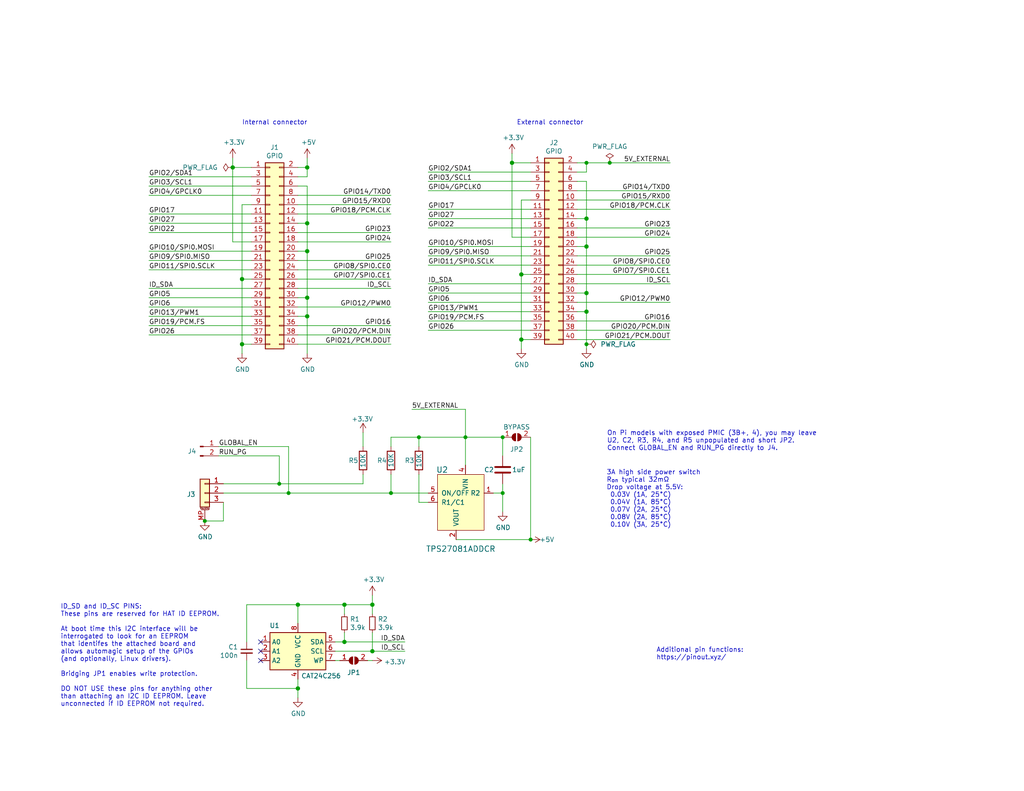
<source format=kicad_sch>
(kicad_sch (version 20230121) (generator eeschema)
  (paper "USLetter")
  (title_block (date "2024-01-21"))
  (lib_symbols
    (symbol "00_eurocard:TPS27081ADDCR" (pin_names (offset 1.016))
      (property "Reference" "U" (at -2.54 6.35 0))
      (property "Value" "TPS27081ADDCR" (at 5.08 -12.7 0))
      (symbol "TPS27081ADDCR_0_1"
        (rectangle (start -5.08 5.08) (end 7.62 -10.16) (fill (type background)))
      )
      (symbol "TPS27081ADDCR_1_1"
        (pin passive line (at 10.16 0 180) (length 2.54) (name "R2") (number "1"))
        (pin power_out line (at 0 -12.7 90) (length 2.54) (name "VOUT") (number "2"))
        (pin passive line (at 0 -12.7 90) (length 2.54) hide (name "VOUT") (number "3"))
        (pin power_in line (at 2.54 7.62 270) (length 2.54) (name "VIN") (number "4"))
        (pin input line (at -7.62 0 0) (length 2.54) (name "ON/OFF") (number "5"))
        (pin input line (at -7.62 -2.54 0) (length 2.54) (name "R1/C1") (number "6"))
      )
    )
    (symbol "Connector:Conn_01x02_Pin" (pin_names (offset 1.016) hide)
      (property "Reference" "J" (at 0 2.54 0))
      (property "Value" "Conn_01x02_Pin" (at 0 -5.08 0))
      (symbol "Conn_01x02_Pin_1_1"
        (polyline (pts (xy 1.27 -2.54) (xy 0.8636 -2.54)) (stroke (width 0.1524)))
        (polyline (pts (xy 1.27 0) (xy 0.8636 0)) (stroke (width 0.1524)))
        (rectangle (start 0.8636 -2.413) (end 0 -2.667) (stroke (width 0.1524)) (fill (type outline)))
        (rectangle (start 0.8636 0.127) (end 0 -0.127) (stroke (width 0.1524)) (fill (type outline)))
        (pin passive line (at 5.08 0 180) (length 3.81) (name "Pin_1") (number "1"))
        (pin passive line (at 5.08 -2.54 180) (length 3.81) (name "Pin_2") (number "2"))
      )
    )
    (symbol "Connector_Generic:Conn_02x20_Odd_Even" (pin_names (offset 1.016) hide)
      (property "Reference" "J" (at 1.27 25.4 0))
      (property "Value" "Conn_02x20_Odd_Even" (at 1.27 -27.94 0))
      (symbol "Conn_02x20_Odd_Even_1_1"
        (rectangle (start -1.27 -25.273) (end 0 -25.527) (stroke (width 0.1524)))
        (rectangle (start -1.27 -22.733) (end 0 -22.987) (stroke (width 0.1524)))
        (rectangle (start -1.27 -20.193) (end 0 -20.447) (stroke (width 0.1524)))
        (rectangle (start -1.27 -17.653) (end 0 -17.907) (stroke (width 0.1524)))
        (rectangle (start -1.27 -15.113) (end 0 -15.367) (stroke (width 0.1524)))
        (rectangle (start -1.27 -12.573) (end 0 -12.827) (stroke (width 0.1524)))
        (rectangle (start -1.27 -10.033) (end 0 -10.287) (stroke (width 0.1524)))
        (rectangle (start -1.27 -7.493) (end 0 -7.747) (stroke (width 0.1524)))
        (rectangle (start -1.27 -4.953) (end 0 -5.207) (stroke (width 0.1524)))
        (rectangle (start -1.27 -2.413) (end 0 -2.667) (stroke (width 0.1524)))
        (rectangle (start -1.27 0.127) (end 0 -0.127) (stroke (width 0.1524)))
        (rectangle (start -1.27 2.667) (end 0 2.413) (stroke (width 0.1524)))
        (rectangle (start -1.27 5.207) (end 0 4.953) (stroke (width 0.1524)))
        (rectangle (start -1.27 7.747) (end 0 7.493) (stroke (width 0.1524)))
        (rectangle (start -1.27 10.287) (end 0 10.033) (stroke (width 0.1524)))
        (rectangle (start -1.27 12.827) (end 0 12.573) (stroke (width 0.1524)))
        (rectangle (start -1.27 15.367) (end 0 15.113) (stroke (width 0.1524)))
        (rectangle (start -1.27 17.907) (end 0 17.653) (stroke (width 0.1524)))
        (rectangle (start -1.27 20.447) (end 0 20.193) (stroke (width 0.1524)))
        (rectangle (start -1.27 22.987) (end 0 22.733) (stroke (width 0.1524)))
        (rectangle (start -1.27 24.13) (end 3.81 -26.67) (stroke (width 0.254)) (fill (type background)))
        (rectangle (start 3.81 -25.273) (end 2.54 -25.527) (stroke (width 0.1524)))
        (rectangle (start 3.81 -22.733) (end 2.54 -22.987) (stroke (width 0.1524)))
        (rectangle (start 3.81 -20.193) (end 2.54 -20.447) (stroke (width 0.1524)))
        (rectangle (start 3.81 -17.653) (end 2.54 -17.907) (stroke (width 0.1524)))
        (rectangle (start 3.81 -15.113) (end 2.54 -15.367) (stroke (width 0.1524)))
        (rectangle (start 3.81 -12.573) (end 2.54 -12.827) (stroke (width 0.1524)))
        (rectangle (start 3.81 -10.033) (end 2.54 -10.287) (stroke (width 0.1524)))
        (rectangle (start 3.81 -7.493) (end 2.54 -7.747) (stroke (width 0.1524)))
        (rectangle (start 3.81 -4.953) (end 2.54 -5.207) (stroke (width 0.1524)))
        (rectangle (start 3.81 -2.413) (end 2.54 -2.667) (stroke (width 0.1524)))
        (rectangle (start 3.81 0.127) (end 2.54 -0.127) (stroke (width 0.1524)))
        (rectangle (start 3.81 2.667) (end 2.54 2.413) (stroke (width 0.1524)))
        (rectangle (start 3.81 5.207) (end 2.54 4.953) (stroke (width 0.1524)))
        (rectangle (start 3.81 7.747) (end 2.54 7.493) (stroke (width 0.1524)))
        (rectangle (start 3.81 10.287) (end 2.54 10.033) (stroke (width 0.1524)))
        (rectangle (start 3.81 12.827) (end 2.54 12.573) (stroke (width 0.1524)))
        (rectangle (start 3.81 15.367) (end 2.54 15.113) (stroke (width 0.1524)))
        (rectangle (start 3.81 17.907) (end 2.54 17.653) (stroke (width 0.1524)))
        (rectangle (start 3.81 20.447) (end 2.54 20.193) (stroke (width 0.1524)))
        (rectangle (start 3.81 22.987) (end 2.54 22.733) (stroke (width 0.1524)))
        (pin passive line (at -5.08 22.86 0) (length 3.81) (name "Pin_1") (number "1"))
        (pin passive line (at 7.62 12.7 180) (length 3.81) (name "Pin_10") (number "10"))
        (pin passive line (at -5.08 10.16 0) (length 3.81) (name "Pin_11") (number "11"))
        (pin passive line (at 7.62 10.16 180) (length 3.81) (name "Pin_12") (number "12"))
        (pin passive line (at -5.08 7.62 0) (length 3.81) (name "Pin_13") (number "13"))
        (pin passive line (at 7.62 7.62 180) (length 3.81) (name "Pin_14") (number "14"))
        (pin passive line (at -5.08 5.08 0) (length 3.81) (name "Pin_15") (number "15"))
        (pin passive line (at 7.62 5.08 180) (length 3.81) (name "Pin_16") (number "16"))
        (pin passive line (at -5.08 2.54 0) (length 3.81) (name "Pin_17") (number "17"))
        (pin passive line (at 7.62 2.54 180) (length 3.81) (name "Pin_18") (number "18"))
        (pin passive line (at -5.08 0 0) (length 3.81) (name "Pin_19") (number "19"))
        (pin passive line (at 7.62 22.86 180) (length 3.81) (name "Pin_2") (number "2"))
        (pin passive line (at 7.62 0 180) (length 3.81) (name "Pin_20") (number "20"))
        (pin passive line (at -5.08 -2.54 0) (length 3.81) (name "Pin_21") (number "21"))
        (pin passive line (at 7.62 -2.54 180) (length 3.81) (name "Pin_22") (number "22"))
        (pin passive line (at -5.08 -5.08 0) (length 3.81) (name "Pin_23") (number "23"))
        (pin passive line (at 7.62 -5.08 180) (length 3.81) (name "Pin_24") (number "24"))
        (pin passive line (at -5.08 -7.62 0) (length 3.81) (name "Pin_25") (number "25"))
        (pin passive line (at 7.62 -7.62 180) (length 3.81) (name "Pin_26") (number "26"))
        (pin passive line (at -5.08 -10.16 0) (length 3.81) (name "Pin_27") (number "27"))
        (pin passive line (at 7.62 -10.16 180) (length 3.81) (name "Pin_28") (number "28"))
        (pin passive line (at -5.08 -12.7 0) (length 3.81) (name "Pin_29") (number "29"))
        (pin passive line (at -5.08 20.32 0) (length 3.81) (name "Pin_3") (number "3"))
        (pin passive line (at 7.62 -12.7 180) (length 3.81) (name "Pin_30") (number "30"))
        (pin passive line (at -5.08 -15.24 0) (length 3.81) (name "Pin_31") (number "31"))
        (pin passive line (at 7.62 -15.24 180) (length 3.81) (name "Pin_32") (number "32"))
        (pin passive line (at -5.08 -17.78 0) (length 3.81) (name "Pin_33") (number "33"))
        (pin passive line (at 7.62 -17.78 180) (length 3.81) (name "Pin_34") (number "34"))
        (pin passive line (at -5.08 -20.32 0) (length 3.81) (name "Pin_35") (number "35"))
        (pin passive line (at 7.62 -20.32 180) (length 3.81) (name "Pin_36") (number "36"))
        (pin passive line (at -5.08 -22.86 0) (length 3.81) (name "Pin_37") (number "37"))
        (pin passive line (at 7.62 -22.86 180) (length 3.81) (name "Pin_38") (number "38"))
        (pin passive line (at -5.08 -25.4 0) (length 3.81) (name "Pin_39") (number "39"))
        (pin passive line (at 7.62 20.32 180) (length 3.81) (name "Pin_4") (number "4"))
        (pin passive line (at 7.62 -25.4 180) (length 3.81) (name "Pin_40") (number "40"))
        (pin passive line (at -5.08 17.78 0) (length 3.81) (name "Pin_5") (number "5"))
        (pin passive line (at 7.62 17.78 180) (length 3.81) (name "Pin_6") (number "6"))
        (pin passive line (at -5.08 15.24 0) (length 3.81) (name "Pin_7") (number "7"))
        (pin passive line (at 7.62 15.24 180) (length 3.81) (name "Pin_8") (number "8"))
        (pin passive line (at -5.08 12.7 0) (length 3.81) (name "Pin_9") (number "9"))
      )
    )
    (symbol "Connector_Generic_MountingPin:Conn_01x03_MountingPin" (pin_names (offset 1.016) hide)
      (property "Reference" "J" (at 0 5.08 0))
      (property "Value" "Conn_01x03_MountingPin" (at 1.27 -5.08 0))
      (symbol "Conn_01x03_MountingPin_1_1"
        (rectangle (start -1.27 -2.413) (end 0 -2.667) (stroke (width 0.1524)))
        (rectangle (start -1.27 0.127) (end 0 -0.127) (stroke (width 0.1524)))
        (rectangle (start -1.27 2.667) (end 0 2.413) (stroke (width 0.1524)))
        (rectangle (start -1.27 3.81) (end 1.27 -3.81) (stroke (width 0.254)) (fill (type background)))
        (polyline (pts (xy -1.016 -4.572) (xy 1.016 -4.572)) (stroke (width 0.1524)))
        (text "Mounting" (at 0 -4.191 0) (effects (font (size 0.381 0.381))))
        (pin passive line (at -5.08 2.54 0) (length 3.81) (name "Pin_1") (number "1"))
        (pin passive line (at -5.08 0 0) (length 3.81) (name "Pin_2") (number "2"))
        (pin passive line (at -5.08 -2.54 0) (length 3.81) (name "Pin_3") (number "3"))
        (pin passive line (at 0 -7.62 90) (length 3.048) (name "MountPin") (number "MP"))
      )
    )
    (symbol "Device:C" (pin_numbers hide) (pin_names (offset 0.254))
      (property "Reference" "C" (at 0.635 2.54 0))
      (property "Value" "C" (at 0.635 -2.54 0))
      (symbol "C_0_1"
        (polyline (pts (xy -2.032 -0.762) (xy 2.032 -0.762)) (stroke (width 0.508)))
        (polyline (pts (xy -2.032 0.762) (xy 2.032 0.762)) (stroke (width 0.508)))
      )
      (symbol "C_1_1"
        (pin passive line (at 0 3.81 270) (length 2.794) (name "~") (number "1"))
        (pin passive line (at 0 -3.81 90) (length 2.794) (name "~") (number "2"))
      )
    )
    (symbol "Device:C_Small" (pin_numbers hide) (pin_names (offset 0.254) hide)
      (property "Reference" "C" (at 0.254 1.778 0))
      (property "Value" "C_Small" (at 0.254 -2.032 0))
      (symbol "C_Small_0_1"
        (polyline (pts (xy -1.524 -0.508) (xy 1.524 -0.508)) (stroke (width 0.3302)))
        (polyline (pts (xy -1.524 0.508) (xy 1.524 0.508)) (stroke (width 0.3048)))
      )
      (symbol "C_Small_1_1"
        (pin passive line (at 0 2.54 270) (length 2.032) (name "~") (number "1"))
        (pin passive line (at 0 -2.54 90) (length 2.032) (name "~") (number "2"))
      )
    )
    (symbol "Device:R" (pin_numbers hide) (pin_names (offset 0))
      (property "Reference" "R" (at 2.032 0 90))
      (property "Value" "R" (at 0 0 90))
      (symbol "R_0_1"
        (rectangle (start -1.016 -2.54) (end 1.016 2.54) (stroke (width 0.254)))
      )
      (symbol "R_1_1"
        (pin passive line (at 0 3.81 270) (length 1.27) (name "~") (number "1"))
        (pin passive line (at 0 -3.81 90) (length 1.27) (name "~") (number "2"))
      )
    )
    (symbol "Device:R_Small" (pin_numbers hide) (pin_names (offset 0.254) hide)
      (property "Reference" "R" (at 0.762 0.508 0))
      (property "Value" "R_Small" (at 0.762 -1.016 0))
      (symbol "R_Small_0_1"
        (rectangle (start -0.762 1.778) (end 0.762 -1.778) (stroke (width 0.2032)))
      )
      (symbol "R_Small_1_1"
        (pin passive line (at 0 2.54 270) (length 0.762) (name "~") (number "1"))
        (pin passive line (at 0 -2.54 90) (length 0.762) (name "~") (number "2"))
      )
    )
    (symbol "Jumper:SolderJumper_2_Open" (pin_names (offset 0) hide)
      (property "Reference" "JP" (at 0 2.032 0))
      (property "Value" "SolderJumper_2_Open" (at 0 -2.54 0))
      (symbol "SolderJumper_2_Open_0_1"
        (arc (start -0.254 1.016) (mid -1.2656 0) (end -0.254 -1.016))
        (arc (start -0.254 1.016) (mid -1.2656 0) (end -0.254 -1.016) (fill (type outline)))
        (polyline (pts (xy -0.254 1.016) (xy -0.254 -1.016)))
        (polyline (pts (xy 0.254 1.016) (xy 0.254 -1.016)))
        (arc (start 0.254 -1.016) (mid 1.2656 0) (end 0.254 1.016))
        (arc (start 0.254 -1.016) (mid 1.2656 0) (end 0.254 1.016) (fill (type outline)))
      )
      (symbol "SolderJumper_2_Open_1_1"
        (pin passive line (at -3.81 0 0) (length 2.54) (name "A") (number "1"))
        (pin passive line (at 3.81 0 180) (length 2.54) (name "B") (number "2"))
      )
    )
    (symbol "Memory_EEPROM:CAT24C256"
      (property "Reference" "U" (at -6.35 6.35 0))
      (property "Value" "CAT24C256" (at 1.27 6.35 0))
      (symbol "CAT24C256_1_1"
        (rectangle (start -7.62 5.08) (end 7.62 -5.08) (stroke (width 0.254)) (fill (type background)))
        (pin input line (at -10.16 2.54 0) (length 2.54) (name "A0") (number "1"))
        (pin input line (at -10.16 0 0) (length 2.54) (name "A1") (number "2"))
        (pin input line (at -10.16 -2.54 0) (length 2.54) (name "A2") (number "3"))
        (pin power_in line (at 0 -7.62 90) (length 2.54) (name "GND") (number "4"))
        (pin bidirectional line (at 10.16 2.54 180) (length 2.54) (name "SDA") (number "5"))
        (pin input line (at 10.16 0 180) (length 2.54) (name "SCL") (number "6"))
        (pin input line (at 10.16 -2.54 180) (length 2.54) (name "WP") (number "7"))
        (pin power_in line (at 0 7.62 270) (length 2.54) (name "VCC") (number "8"))
      )
    )
    (symbol "power:+3.3V" (power) (pin_names (offset 0))
      (property "Value" "+3.3V" (at 0 3.556 0))
      (symbol "+3.3V_0_1"
        (polyline (pts (xy -0.762 1.27) (xy 0 2.54)))
        (polyline (pts (xy 0 0) (xy 0 2.54)))
        (polyline (pts (xy 0 2.54) (xy 0.762 1.27)))
      )
      (symbol "+3.3V_1_1"
        (pin power_in line (at 0 0 90) (length 0) hide (name "+3.3V") (number "1"))
      )
    )
    (symbol "power:+5V" (power) (pin_names (offset 0))
      (property "Value" "+5V" (at 0 3.556 0))
      (symbol "+5V_0_1"
        (polyline (pts (xy -0.762 1.27) (xy 0 2.54)))
        (polyline (pts (xy 0 0) (xy 0 2.54)))
        (polyline (pts (xy 0 2.54) (xy 0.762 1.27)))
      )
      (symbol "+5V_1_1"
        (pin power_in line (at 0 0 90) (length 0) hide (name "+5V") (number "1"))
      )
    )
    (symbol "power:GND" (power) (pin_names (offset 0))
      (property "Value" "GND" (at 0 -3.81 0))
      (symbol "GND_0_1"
        (polyline (pts (xy 0 0) (xy 0 -1.27) (xy 1.27 -1.27) (xy 0 -2.54) (xy -1.27 -1.27) (xy 0 -1.27)))
      )
      (symbol "GND_1_1"
        (pin power_in line (at 0 0 270) (length 0) hide (name "GND") (number "1"))
      )
    )
    (symbol "power:PWR_FLAG" (power) (pin_numbers hide) (pin_names (offset 0) hide)
      (property "Value" "PWR_FLAG" (at 0 3.81 0))
      (symbol "PWR_FLAG_0_0"
        (pin power_out line (at 0 0 90) (length 0) (name "pwr") (number "1"))
      )
      (symbol "PWR_FLAG_0_1"
        (polyline (pts (xy 0 0) (xy 0 1.27) (xy -1.016 1.905) (xy 0 2.54) (xy 1.016 1.905) (xy 0 1.27)))
      )
    )
  )
  (junction (at 93.98 175.26) (diameter 1.016))
  (junction (at 83.82 45.72) (diameter 1.016))
  (junction (at 81.28 187.96) (diameter 1.016))
  (junction (at 83.82 60.96) (diameter 1.016))
  (junction (at 81.28 165.1) (diameter 1.016))
  (junction (at 160.02 80.01) (diameter 1.016))
  (junction (at 114.3 119.38))
  (junction (at 137.16 134.62))
  (junction (at 101.6 165.1) (diameter 1.016))
  (junction (at 127 119.38))
  (junction (at 142.24 74.93) (diameter 1.016))
  (junction (at 66.04 93.98) (diameter 1.016))
  (junction (at 144.78 147.32))
  (junction (at 160.02 44.45))
  (junction (at 66.04 76.2) (diameter 1.016))
  (junction (at 160.02 59.69) (diameter 1.016))
  (junction (at 83.82 86.36) (diameter 1.016))
  (junction (at 142.24 92.71) (diameter 1.016))
  (junction (at 55.88 142.24))
  (junction (at 78.74 134.62))
  (junction (at 160.02 85.09) (diameter 1.016))
  (junction (at 160.02 67.31) (diameter 1.016))
  (junction (at 137.16 119.38))
  (junction (at 76.2 132.08))
  (junction (at 83.82 81.28) (diameter 1.016))
  (junction (at 160.02 93.98))
  (junction (at 83.82 68.58) (diameter 1.016))
  (junction (at 101.6 177.8) (diameter 1.016))
  (junction (at 166.37 44.45))
  (junction (at 139.7 44.45) (diameter 1.016))
  (junction (at 63.5 45.72) (diameter 1.016))
  (junction (at 93.98 165.1) (diameter 1.016))
  (junction (at 106.68 134.62))
  (no_connect (at 71.12 175.26))
  (no_connect (at 71.12 177.8))
  (no_connect (at 71.12 180.34))
  (wire (pts (xy 99.06 118.11) (xy 99.06 121.92)))
  (wire (pts (xy 66.04 76.2) (xy 66.04 93.98)))
  (wire (pts (xy 81.28 76.2) (xy 106.68 76.2)))
  (wire (pts (xy 144.78 46.99) (xy 116.84 46.99)))
  (wire (pts (xy 68.58 58.42) (xy 40.64 58.42)))
  (wire (pts (xy 106.68 134.62) (xy 116.84 134.62)))
  (wire (pts (xy 116.84 82.55) (xy 144.78 82.55)))
  (wire (pts (xy 81.28 165.1) (xy 93.98 165.1)))
  (wire (pts (xy 101.6 165.1) (xy 93.98 165.1)))
  (wire (pts (xy 101.6 167.64) (xy 101.6 165.1)))
  (wire (pts (xy 83.82 50.8) (xy 83.82 60.96)))
  (wire (pts (xy 60.96 134.62) (xy 78.74 134.62)))
  (wire (pts (xy 116.84 87.63) (xy 144.78 87.63)))
  (wire (pts (xy 83.82 68.58) (xy 81.28 68.58)))
  (wire (pts (xy 160.02 49.53) (xy 160.02 59.69)))
  (wire (pts (xy 116.84 62.23) (xy 144.78 62.23)))
  (wire (pts (xy 160.02 67.31) (xy 157.48 67.31)))
  (wire (pts (xy 157.48 90.17) (xy 182.88 90.17)))
  (wire (pts (xy 114.3 119.38) (xy 114.3 121.92)))
  (wire (pts (xy 160.02 44.45) (xy 160.02 46.99)))
  (wire (pts (xy 83.82 81.28) (xy 83.82 86.36)))
  (wire (pts (xy 116.84 52.07) (xy 144.78 52.07)))
  (wire (pts (xy 76.2 124.46) (xy 76.2 132.08)))
  (wire (pts (xy 157.48 92.71) (xy 182.88 92.71)))
  (wire (pts (xy 83.82 68.58) (xy 83.82 81.28)))
  (wire (pts (xy 157.48 87.63) (xy 182.88 87.63)))
  (wire (pts (xy 134.62 134.62) (xy 137.16 134.62)))
  (wire (pts (xy 81.28 53.34) (xy 106.68 53.34)))
  (wire (pts (xy 66.04 55.88) (xy 66.04 76.2)))
  (wire (pts (xy 157.48 77.47) (xy 182.88 77.47)))
  (wire (pts (xy 160.02 46.99) (xy 157.48 46.99)))
  (wire (pts (xy 91.44 175.26) (xy 93.98 175.26)))
  (wire (pts (xy 93.98 175.26) (xy 110.49 175.26)))
  (wire (pts (xy 106.68 119.38) (xy 106.68 121.92)))
  (wire (pts (xy 116.84 69.85) (xy 144.78 69.85)))
  (wire (pts (xy 157.48 57.15) (xy 182.88 57.15)))
  (wire (pts (xy 66.04 55.88) (xy 68.58 55.88)))
  (wire (pts (xy 91.44 180.34) (xy 92.71 180.34)))
  (wire (pts (xy 100.33 180.34) (xy 101.6 180.34)))
  (wire (pts (xy 81.28 73.66) (xy 106.68 73.66)))
  (wire (pts (xy 68.58 78.74) (xy 40.64 78.74)))
  (wire (pts (xy 160.02 44.45) (xy 157.48 44.45)))
  (wire (pts (xy 160.02 67.31) (xy 160.02 80.01)))
  (wire (pts (xy 40.64 81.28) (xy 68.58 81.28)))
  (wire (pts (xy 66.04 76.2) (xy 68.58 76.2)))
  (wire (pts (xy 101.6 162.56) (xy 101.6 165.1)))
  (wire (pts (xy 127 111.76) (xy 112.395 111.76)))
  (wire (pts (xy 81.28 63.5) (xy 106.68 63.5)))
  (wire (pts (xy 81.28 165.1) (xy 81.28 170.18)))
  (wire (pts (xy 144.78 147.32) (xy 144.78 119.38)))
  (wire (pts (xy 139.7 44.45) (xy 144.78 44.45)))
  (wire (pts (xy 160.02 49.53) (xy 157.48 49.53)))
  (wire (pts (xy 142.24 54.61) (xy 144.78 54.61)))
  (wire (pts (xy 116.84 90.17) (xy 144.78 90.17)))
  (wire (pts (xy 99.06 129.54) (xy 99.06 132.08)))
  (wire (pts (xy 157.48 52.07) (xy 182.88 52.07)))
  (wire (pts (xy 81.28 93.98) (xy 106.68 93.98)))
  (wire (pts (xy 66.04 93.98) (xy 66.04 96.52)))
  (wire (pts (xy 40.64 60.96) (xy 68.58 60.96)))
  (wire (pts (xy 101.6 172.72) (xy 101.6 177.8)))
  (wire (pts (xy 63.5 43.18) (xy 63.5 45.72)))
  (wire (pts (xy 114.3 129.54) (xy 114.3 137.16)))
  (wire (pts (xy 157.48 54.61) (xy 182.88 54.61)))
  (wire (pts (xy 83.82 86.36) (xy 81.28 86.36)))
  (wire (pts (xy 144.78 77.47) (xy 116.84 77.47)))
  (wire (pts (xy 40.64 50.8) (xy 68.58 50.8)))
  (wire (pts (xy 124.46 147.32) (xy 144.78 147.32)))
  (wire (pts (xy 40.64 73.66) (xy 68.58 73.66)))
  (wire (pts (xy 63.5 66.04) (xy 68.58 66.04)))
  (wire (pts (xy 68.58 48.26) (xy 40.64 48.26)))
  (wire (pts (xy 83.82 45.72) (xy 83.82 48.26)))
  (wire (pts (xy 160.02 93.98) (xy 160.02 95.25)))
  (wire (pts (xy 83.82 60.96) (xy 83.82 68.58)))
  (wire (pts (xy 114.3 119.38) (xy 127 119.38)))
  (wire (pts (xy 144.78 85.09) (xy 116.84 85.09)))
  (wire (pts (xy 81.28 58.42) (xy 106.68 58.42)))
  (wire (pts (xy 83.82 60.96) (xy 81.28 60.96)))
  (wire (pts (xy 114.3 137.16) (xy 116.84 137.16)))
  (wire (pts (xy 116.84 80.01) (xy 144.78 80.01)))
  (wire (pts (xy 83.82 43.18) (xy 83.82 45.72)))
  (wire (pts (xy 40.64 53.34) (xy 68.58 53.34)))
  (wire (pts (xy 93.98 165.1) (xy 93.98 167.64)))
  (wire (pts (xy 83.82 45.72) (xy 81.28 45.72)))
  (wire (pts (xy 63.5 45.72) (xy 63.5 66.04)))
  (wire (pts (xy 81.28 66.04) (xy 106.68 66.04)))
  (wire (pts (xy 81.28 55.88) (xy 106.68 55.88)))
  (wire (pts (xy 139.7 44.45) (xy 139.7 64.77)))
  (wire (pts (xy 93.98 172.72) (xy 93.98 175.26)))
  (wire (pts (xy 160.02 85.09) (xy 160.02 93.98)))
  (wire (pts (xy 91.44 177.8) (xy 101.6 177.8)))
  (wire (pts (xy 101.6 177.8) (xy 110.49 177.8)))
  (wire (pts (xy 40.64 63.5) (xy 68.58 63.5)))
  (wire (pts (xy 40.64 71.12) (xy 68.58 71.12)))
  (wire (pts (xy 59.69 121.92) (xy 78.74 121.92)))
  (wire (pts (xy 157.48 62.23) (xy 182.88 62.23)))
  (wire (pts (xy 106.68 129.54) (xy 106.68 134.62)))
  (wire (pts (xy 40.64 83.82) (xy 68.58 83.82)))
  (wire (pts (xy 160.02 80.01) (xy 160.02 85.09)))
  (wire (pts (xy 83.82 48.26) (xy 81.28 48.26)))
  (wire (pts (xy 137.16 132.08) (xy 137.16 134.62)))
  (wire (pts (xy 60.96 142.24) (xy 55.88 142.24)))
  (wire (pts (xy 160.02 59.69) (xy 160.02 67.31)))
  (wire (pts (xy 160.02 59.69) (xy 157.48 59.69)))
  (wire (pts (xy 78.74 134.62) (xy 106.68 134.62)))
  (wire (pts (xy 144.78 67.31) (xy 116.84 67.31)))
  (wire (pts (xy 40.64 88.9) (xy 68.58 88.9)))
  (wire (pts (xy 142.24 92.71) (xy 142.24 95.25)))
  (wire (pts (xy 157.48 72.39) (xy 182.88 72.39)))
  (wire (pts (xy 81.28 88.9) (xy 106.68 88.9)))
  (wire (pts (xy 142.24 74.93) (xy 142.24 92.71)))
  (wire (pts (xy 76.2 132.08) (xy 99.06 132.08)))
  (wire (pts (xy 81.28 83.82) (xy 106.68 83.82)))
  (wire (pts (xy 66.04 93.98) (xy 68.58 93.98)))
  (wire (pts (xy 60.96 132.08) (xy 76.2 132.08)))
  (wire (pts (xy 106.68 119.38) (xy 114.3 119.38)))
  (wire (pts (xy 139.7 64.77) (xy 144.78 64.77)))
  (wire (pts (xy 81.28 91.44) (xy 106.68 91.44)))
  (wire (pts (xy 59.69 124.46) (xy 76.2 124.46)))
  (wire (pts (xy 157.48 69.85) (xy 182.88 69.85)))
  (wire (pts (xy 83.82 50.8) (xy 81.28 50.8)))
  (wire (pts (xy 160.02 44.45) (xy 166.37 44.45)))
  (wire (pts (xy 40.64 91.44) (xy 68.58 91.44)))
  (wire (pts (xy 157.48 64.77) (xy 182.88 64.77)))
  (wire (pts (xy 166.37 44.45) (xy 182.88 44.45)))
  (wire (pts (xy 78.74 121.92) (xy 78.74 134.62)))
  (wire (pts (xy 116.84 49.53) (xy 144.78 49.53)))
  (wire (pts (xy 142.24 54.61) (xy 142.24 74.93)))
  (wire (pts (xy 144.78 57.15) (xy 116.84 57.15)))
  (wire (pts (xy 127 119.38) (xy 127 127)))
  (wire (pts (xy 67.31 165.1) (xy 67.31 175.26)))
  (wire (pts (xy 67.31 180.34) (xy 67.31 187.96)))
  (wire (pts (xy 67.31 187.96) (xy 81.28 187.96)))
  (wire (pts (xy 81.28 165.1) (xy 67.31 165.1)))
  (wire (pts (xy 160.02 85.09) (xy 157.48 85.09)))
  (wire (pts (xy 81.28 185.42) (xy 81.28 187.96)))
  (wire (pts (xy 81.28 187.96) (xy 81.28 190.5)))
  (wire (pts (xy 116.84 72.39) (xy 144.78 72.39)))
  (wire (pts (xy 116.84 59.69) (xy 144.78 59.69)))
  (wire (pts (xy 83.82 86.36) (xy 83.82 96.52)))
  (wire (pts (xy 81.28 71.12) (xy 106.68 71.12)))
  (wire (pts (xy 68.58 86.36) (xy 40.64 86.36)))
  (wire (pts (xy 137.16 134.62) (xy 137.16 139.7)))
  (wire (pts (xy 127 119.38) (xy 127 111.76)))
  (wire (pts (xy 139.7 41.91) (xy 139.7 44.45)))
  (wire (pts (xy 142.24 92.71) (xy 144.78 92.71)))
  (wire (pts (xy 83.82 81.28) (xy 81.28 81.28)))
  (wire (pts (xy 157.48 82.55) (xy 182.88 82.55)))
  (wire (pts (xy 60.96 137.16) (xy 60.96 142.24)))
  (wire (pts (xy 63.5 45.72) (xy 68.58 45.72)))
  (wire (pts (xy 157.48 74.93) (xy 182.88 74.93)))
  (wire (pts (xy 142.24 74.93) (xy 144.78 74.93)))
  (wire (pts (xy 137.16 119.38) (xy 137.16 124.46)))
  (wire (pts (xy 160.02 80.01) (xy 157.48 80.01)))
  (wire (pts (xy 127 119.38) (xy 137.16 119.38)))
  (wire (pts (xy 68.58 68.58) (xy 40.64 68.58)))
  (wire (pts (xy 81.28 78.74) (xy 106.68 78.74)))
  (text "External connector" (at 140.97 34.29 0) (effects (font (size 1.27 1.27)) (justify left bottom)))
  (text "Internal connector" (at 66.04 34.29 0) (effects (font (size 1.27 1.27)) (justify left bottom)))
  (text "Additional pin functions:\nhttps://pinout.xyz/" (at 179.07 180.34 0) (effects (font (size 1.27 1.27)) (justify left bottom)))
  (text "On Pi models with exposed PMIC (3B+, 4), you may leave\nU2, C2, R3, R4, and R5 unpopulated and short JP2.\nConnect GLOBAL_EN and RUN_PG directly to J4." (at 165.608 123.19 0) (effects (font (size 1.27 1.27)) (justify left bottom)))
  (text "ID_SD and ID_SC PINS:\nThese pins are reserved for HAT ID EEPROM.\n\nAt boot time this I2C interface will be\ninterrogated to look for an EEPROM\nthat identifes the attached board and\nallows automagic setup of the GPIOs\n(and optionally, Linux drivers).\n\nBridging JP1 enables write protection.\n\nDO NOT USE these pins for anything other\nthan attaching an I2C ID EEPROM. Leave\nunconnected if ID EEPROM not required." (at 16.51 193.04 0) (effects (font (size 1.27 1.27)) (justify left bottom)))
  (text "3A high side power switch\nR_{on} typical 32mΩ\nDrop voltage at 5.5V:\n 0.03V (1A, 25°C)\n 0.04V (1A, 85°C)\n 0.07V (2A, 25°C)\n 0.08V (2A, 85°C)\n 0.10V (3A, 25°C)\n\n" (at 165.481 146.177 0) (effects (font (size 1.27 1.27)) (justify left bottom)))
  (label "ID_SDA" (at 40.64 78.74 0))
  (label "GPIO6" (at 40.64 83.82 0))
  (label "5V_EXTERNAL" (at 112.395 111.76 0))
  (label "GPIO3{slash}SCL1" (at 116.84 49.53 0))
  (label "ID_SDA" (at 110.49 175.26 180))
  (label "GPIO17" (at 116.84 57.15 0))
  (label "GPIO18{slash}PCM.CLK" (at 182.88 57.15 180))
  (label "ID_SCL" (at 106.68 78.74 180))
  (label "GPIO5" (at 40.64 81.28 0))
  (label "GPIO21{slash}PCM.DOUT" (at 106.68 93.98 180))
  (label "GPIO19{slash}PCM.FS" (at 40.64 88.9 0))
  (label "GPIO10{slash}SPI0.MOSI" (at 40.64 68.58 0))
  (label "GPIO9{slash}SPI0.MISO" (at 40.64 71.12 0))
  (label "GPIO11{slash}SPI0.SCLK" (at 116.84 72.39 0))
  (label "RUN_PG" (at 59.69 124.46 0))
  (label "GPIO2{slash}SDA1" (at 116.84 46.99 0))
  (label "GPIO23" (at 106.68 63.5 180))
  (label "GPIO4{slash}GPCLK0" (at 40.64 53.34 0))
  (label "GPIO27" (at 40.64 60.96 0))
  (label "GPIO26" (at 40.64 91.44 0))
  (label "GPIO14{slash}TXD0" (at 106.68 53.34 180))
  (label "5V_EXTERNAL" (at 182.88 44.45 180))
  (label "GPIO8{slash}SPI0.CE0" (at 106.68 73.66 180))
  (label "GPIO15{slash}RXD0" (at 106.68 55.88 180))
  (label "GPIO22" (at 116.84 62.23 0))
  (label "GPIO16" (at 106.68 88.9 180))
  (label "GPIO7{slash}SPI0.CE1" (at 182.88 74.93 180))
  (label "GPIO15{slash}RXD0" (at 182.88 54.61 180))
  (label "GPIO19{slash}PCM.FS" (at 116.84 87.63 0))
  (label "GLOBAL_EN" (at 59.69 121.92 0))
  (label "GPIO22" (at 40.64 63.5 0))
  (label "GPIO21{slash}PCM.DOUT" (at 182.88 92.71 180))
  (label "ID_SCL" (at 182.88 77.47 180))
  (label "GPIO2{slash}SDA1" (at 40.64 48.26 0))
  (label "GPIO17" (at 40.64 58.42 0))
  (label "GPIO20{slash}PCM.DIN" (at 182.88 90.17 180))
  (label "GPIO25" (at 106.68 71.12 180))
  (label "GPIO3{slash}SCL1" (at 40.64 50.8 0))
  (label "GPIO18{slash}PCM.CLK" (at 106.68 58.42 180))
  (label "GPIO12{slash}PWM0" (at 106.68 83.82 180))
  (label "GPIO26" (at 116.84 90.17 0))
  (label "GPIO16" (at 182.88 87.63 180))
  (label "GPIO9{slash}SPI0.MISO" (at 116.84 69.85 0))
  (label "GPIO13{slash}PWM1" (at 40.64 86.36 0))
  (label "ID_SDA" (at 116.84 77.47 0))
  (label "GPIO20{slash}PCM.DIN" (at 106.68 91.44 180))
  (label "GPIO24" (at 106.68 66.04 180))
  (label "GPIO23" (at 182.88 62.23 180))
  (label "GPIO7{slash}SPI0.CE1" (at 106.68 76.2 180))
  (label "GPIO14{slash}TXD0" (at 182.88 52.07 180))
  (label "GPIO12{slash}PWM0" (at 182.88 82.55 180))
  (label "ID_SCL" (at 110.49 177.8 180))
  (label "GPIO13{slash}PWM1" (at 116.84 85.09 0))
  (label "GPIO27" (at 116.84 59.69 0))
  (label "GPIO4{slash}GPCLK0" (at 116.84 52.07 0))
  (label "GPIO24" (at 182.88 64.77 180))
  (label "GPIO5" (at 116.84 80.01 0))
  (label "GPIO25" (at 182.88 69.85 180))
  (label "GPIO6" (at 116.84 82.55 0))
  (label "GPIO10{slash}SPI0.MOSI" (at 116.84 67.31 0))
  (label "GPIO11{slash}SPI0.SCLK" (at 40.64 73.66 0))
  (label "GPIO8{slash}SPI0.CE0" (at 182.88 72.39 180))
  (symbol (lib_id "power:+5V") (at 83.82 43.18 0) (unit 1)
    (property "Reference" "#PWR01" (effects hide))
    (property "Value" "+5V" (at 84.1883 38.8556 0))
  )
  (symbol (lib_id "power:+3.3V") (at 63.5 43.18 0) (unit 1)
    (property "Reference" "#PWR04" (effects hide))
    (property "Value" "+3.3V" (at 63.8683 38.8556 0))
  )
  (symbol (lib_id "power:GND") (at 83.82 96.52 0) (unit 1)
    (property "Reference" "#PWR02" (effects hide))
    (property "Value" "GND" (at 83.9343 100.8444 0))
  )
  (symbol (lib_id "power:GND") (at 66.04 96.52 0) (unit 1)
    (property "Reference" "#PWR03" (effects hide))
    (property "Value" "GND" (at 66.1543 100.8444 0))
  )
  (symbol (lib_id "Connector_Generic:Conn_02x20_Odd_Even") (at 73.66 68.58 0) (unit 1)
    (property "Reference" "J1" (at 74.93 40.2398 0))
    (property "Value" "GPIO" (at 74.93 42.545 0))
    (property "Footprint" "Connector_PinSocket_2.54mm:PinSocket_2x20_P2.54mm_Vertical" (effects hide))
  )
  (symbol (lib_id "Jumper:SolderJumper_2_Open") (at 140.97 119.38 0) (unit 1)
    (property "Reference" "JP2" (at 140.97 122.663 0))
    (property "Value" "BYPASS" (at 140.97 116.586 0))
    (property "Footprint" "Jumper:SolderJumper-2_P1.3mm_Open_RoundedPad1.0x1.5mm" (effects hide))
  )
  (symbol (lib_id "Connector:Conn_01x02_Pin") (at 54.61 121.92 0) (unit 1)
    (property "Reference" "J4" (at 53.594 123.19 0) (effects (justify right)))
    (property "Value" "Conn_01x02_Pin" (effects hide))
    (property "Footprint" "Connector_Wire:SolderWire-0.25sqmm_1x02_P4.2mm_D0.65mm_OD1.7mm" (effects hide))
  )
  (symbol (lib_id "Device:C_Small") (at 67.31 177.8 0) (unit 1)
    (property "Reference" "C1" (at 64.9858 176.6506 0) (effects (justify right)))
    (property "Value" "100n" (at 64.9858 178.9493 0) (effects (justify right)))
    (property "Footprint" "Connector_PinHeader_2.54mm:PinHeader_1x02_P2.54mm_Vertical" (effects hide))
  )
  (symbol (lib_id "Device:C") (at 137.16 128.27 0) (unit 1)
    (property "Reference" "C2" (at 132.08 128.27 0) (effects (justify left)))
    (property "Value" "1uF" (at 139.7 128.27 0) (effects (justify left)))
    (property "Footprint" "Capacitor_SMD:C_0603_1608Metric" (effects hide))
  )
  (symbol (lib_id "Device:R") (at 114.3 125.73 180) (unit 1)
    (property "Reference" "R3" (at 111.76 125.73 0))
    (property "Value" "10K" (at 114.3 125.73 90))
    (property "Footprint" "Resistor_SMD:R_0603_1608Metric" (effects hide))
  )
  (symbol (lib_id "Device:R_Small") (at 93.98 170.18 0) (unit 1)
    (property "Reference" "R1" (at 95.4786 169.037 0) (effects (justify left)))
    (property "Value" "3.9k" (at 95.4787 171.3293 0) (effects (justify left)))
    (property "Footprint" "Resistor_SMD:R_0603_1608Metric" (effects hide))
  )
  (symbol (lib_id "Device:R") (at 106.68 125.73 0) (unit 1)
    (property "Reference" "R4" (at 102.87 125.73 0) (effects (justify left)))
    (property "Value" "10K" (at 106.68 127.635 90) (effects (justify left)))
    (property "Footprint" "Resistor_SMD:R_0603_1608Metric" (effects hide))
  )
  (symbol (lib_id "power:+3.3V") (at 139.7 41.91 0) (unit 1)
    (property "Reference" "#PWR05" (effects hide))
    (property "Value" "+3.3V" (at 140.0683 37.5856 0))
  )
  (symbol (lib_id "power:GND") (at 137.16 139.7 0) (unit 1)
    (property "Reference" "#PWR011" (effects hide))
    (property "Value" "GND" (at 137.2743 144.0244 0))
  )
  (symbol (lib_id "Jumper:SolderJumper_2_Open") (at 96.52 180.34 0) (unit 1)
    (property "Reference" "JP1" (at 96.52 183.623 0))
    (property "Value" "ID_WP" (effects hide))
    (property "Footprint" "Jumper:SolderJumper-2_P1.3mm_Open_RoundedPad1.0x1.5mm" (effects hide))
  )
  (symbol (lib_id "Device:R") (at 99.06 125.73 180) (unit 1)
    (property "Reference" "R5" (at 97.79 125.73 0) (effects (justify left)))
    (property "Value" "10K" (at 99.06 123.825 90) (effects (justify left)))
    (property "Footprint" "Resistor_SMD:R_0603_1608Metric" (effects hide))
  )
  (symbol (lib_id "Connector_Generic:Conn_02x20_Odd_Even") (at 149.86 67.31 0) (unit 1)
    (property "Reference" "J2" (at 151.13 38.9698 0))
    (property "Value" "GPIO" (at 151.13 41.275 0))
    (property "Footprint" "Connector_PinSocket_2.54mm:PinSocket_2x20_P2.54mm_Vertical" (effects hide))
  )
  (symbol (lib_id "Device:R_Small") (at 101.6 170.18 0) (unit 1)
    (property "Reference" "R2" (at 103.0986 169.037 0) (effects (justify left)))
    (property "Value" "3.9k" (at 103.0987 171.3293 0) (effects (justify left)))
    (property "Footprint" "Resistor_SMD:R_0603_1608Metric" (effects hide))
  )
  (symbol (lib_id "power:+3.3V") (at 101.6 162.56 0) (unit 1)
    (property "Reference" "#PWR0101" (effects hide))
    (property "Value" "+3.3V" (at 101.9683 158.2356 0))
  )
  (symbol (lib_id "Memory_EEPROM:CAT24C256") (at 81.28 177.8 0) (unit 1)
    (property "Reference" "U1" (at 74.93 170.7958 0))
    (property "Value" "CAT24C256" (at 87.63 184.5245 0))
    (property "Footprint" "Package_SO:SOIC-8_3.9x4.9mm_P1.27mm" (effects hide))
    (property "Datasheet" "https://www.onsemi.cn/PowerSolutions/document/CAT24C256-D.PDF" (effects hide))
  )
  (symbol (lib_id "power:+3.3V") (at 99.06 118.11 0) (unit 1)
    (property "Reference" "#PWR012" (effects hide))
    (property "Value" "+3.3V" (at 98.8568 114.4016 0))
  )
  (symbol (lib_id "power:GND") (at 142.24 95.25 0) (unit 1)
    (property "Reference" "#PWR06" (effects hide))
    (property "Value" "GND" (at 142.3543 99.5744 0))
  )
  (symbol (lib_id "Connector_Generic_MountingPin:Conn_01x03_MountingPin") (at 55.88 134.62 0) (mirror y) (unit 1)
    (property "Reference" "J3" (at 53.34 134.9756 0) (effects (justify left)))
    (property "Value" "Conn_01x03_MountingPin" (effects hide))
    (property "Footprint" "Connector_JST:JST_SH_BM03B-SRSS-TB_1x03-1MP_P1.00mm_Vertical" (effects hide))
  )
  (symbol (lib_id "00_eurocard:TPS27081ADDCR") (at 124.46 134.62 0) (unit 1)
    (property "Reference" "U2" (at 120.65 128.27 0) (effects (font (size 1.524 1.524))))
    (property "Value" "TPS27081ADDCR" (at 125.73 149.86 0) (effects (font (size 1.524 1.524))))
    (property "Footprint" "Package_TO_SOT_SMD:TSOT-23-6" (effects hide))
    (property "Datasheet" "http://www.ti.com/general/docs/suppproductinfo.tsp?distId=10&gotoUrl=http%3A%2F%2Fwww.ti.com%2Flit%2Fgpn%2Ftps27081a" (effects hide))
    (property "Digi-Key_PN" "296-34970-1-ND" (effects hide))
    (property "MPN" "TPS27081ADDCR" (effects hide))
    (property "Category" "Integrated Circuits (ICs)" (effects hide))
    (property "Family" "PMIC - Power Distribution Switches, Load Drivers" (effects hide))
    (property "DK_Datasheet_Link" "http://www.ti.com/general/docs/suppproductinfo.tsp?distId=10&gotoUrl=http%3A%2F%2Fwww.ti.com%2Flit%2Fgpn%2Ftps27081a" (effects hide))
    (property "DK_Detail_Page" "/product-detail/en/texas-instruments/TPS27081ADDCR/296-34970-1-ND/3671576" (effects hide))
    (property "Description" "IC LOAD SW HIGH SIDE 6SOT" (effects hide))
    (property "Manufacturer" "Texas Instruments" (effects hide))
    (property "Status" "Active" (effects hide))
  )
  (symbol (lib_id "power:GND") (at 160.02 95.25 0) (unit 1)
    (property "Reference" "#PWR08" (effects hide))
    (property "Value" "GND" (at 160.1343 99.5744 0))
  )
  (symbol (lib_id "power:PWR_FLAG") (at 160.02 93.98 270) (unit 1)
    (property "Reference" "#FLG03" (effects hide))
    (property "Value" "PWR_FLAG" (at 163.83 93.98 90) (effects (justify left)))
  )
  (symbol (lib_id "power:+5V") (at 144.78 147.32 270) (unit 1)
    (property "Reference" "#PWR010" (effects hide))
    (property "Value" "+5V" (at 149.225 147.32 90))
  )
  (symbol (lib_id "power:GND") (at 81.28 190.5 0) (unit 1)
    (property "Reference" "#PWR0102" (effects hide))
    (property "Value" "GND" (at 81.3943 194.8244 0))
  )
  (symbol (lib_id "power:PWR_FLAG") (at 63.5 45.72 90) (unit 1)
    (property "Reference" "#FLG02" (effects hide))
    (property "Value" "PWR_FLAG" (at 59.436 45.72 90) (effects (justify left)))
  )
  (symbol (lib_id "power:+3.3V") (at 101.6 180.34 270) (unit 1)
    (property "Reference" "#PWR0103" (effects hide))
    (property "Value" "+3.3V" (at 104.7751 180.7083 90) (effects (justify left)))
  )
  (symbol (lib_id "power:PWR_FLAG") (at 166.37 44.45 0) (unit 1)
    (property "Reference" "#FLG01" (effects hide))
    (property "Value" "PWR_FLAG" (at 166.37 40.005 0))
  )
  (symbol (lib_id "power:GND") (at 55.88 142.24 0) (unit 1)
    (property "Reference" "#PWR013" (effects hide))
    (property "Value" "GND" (at 55.9943 146.5644 0))
  )
)
</source>
